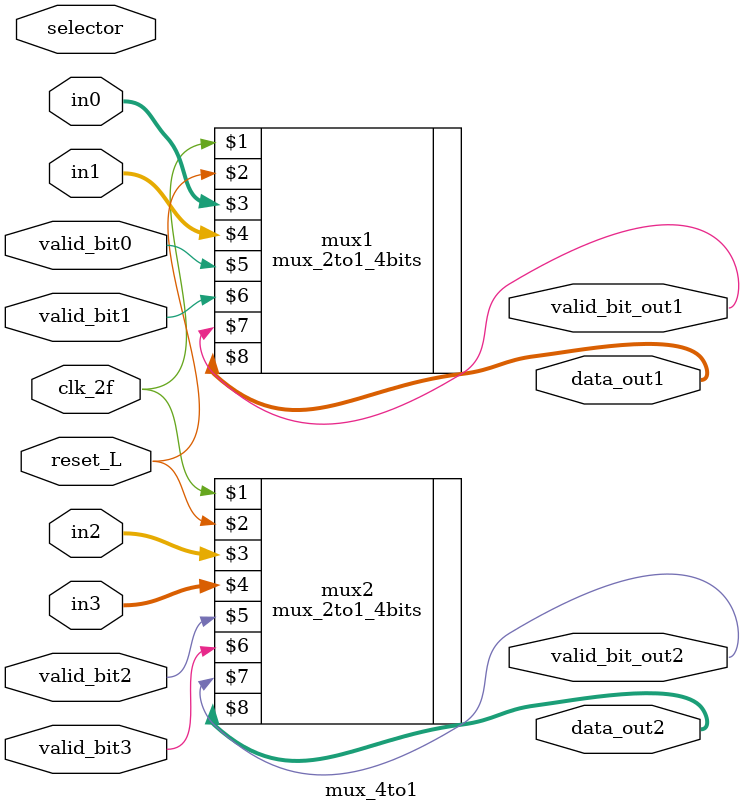
<source format=v>
`include "Mux2a1_ochobits.v"
module mux_4to1 (
	input clk_2f,
	input selector,
	input reset_L,
	input [7:0] in0,
	input [7:0] in1,
	input [7:0] in2,
	input [7:0] in3,
	input valid_bit0,
	input valid_bit1,
	input valid_bit2,
	input valid_bit3,
	output wire valid_bit_out1,
	output wire valid_bit_out2,
	output wire [7:0] data_out1,
	output wire [7:0] data_out2
	);
	/*wire valid_bit_mux1;
	wire valid_bit_mux2;
	wire [7:0] outMux1;
	wire [7:0] outMux2;*/
	//Logica para L1: MUX DE 4 A 2
  	mux_2to1_4bits  mux1 (clk_2f,reset_L,in0[7:0],in1[7:0],valid_bit0,valid_bit1,valid_bit_out1,data_out1[7:0]);
	mux_2to1_4bits  mux2 (clk_2f,reset_L,in2[7:0],in3[7:0],valid_bit2,valid_bit3,valid_bit_out2,data_out2[7:0]);
endmodule

</source>
